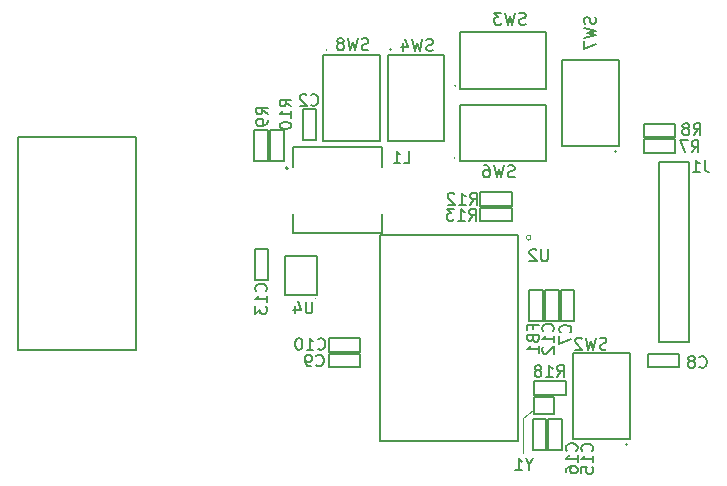
<source format=gbr>
%TF.GenerationSoftware,KiCad,Pcbnew,(5.1.8-0-10_14)*%
%TF.CreationDate,2022-01-05T18:09:54+08:00*%
%TF.ProjectId,MicroMouse,4d696372-6f4d-46f7-9573-652e6b696361,rev?*%
%TF.SameCoordinates,Original*%
%TF.FileFunction,Legend,Bot*%
%TF.FilePolarity,Positive*%
%FSLAX46Y46*%
G04 Gerber Fmt 4.6, Leading zero omitted, Abs format (unit mm)*
G04 Created by KiCad (PCBNEW (5.1.8-0-10_14)) date 2022-01-05 18:09:54*
%MOMM*%
%LPD*%
G01*
G04 APERTURE LIST*
%ADD10C,0.120000*%
%ADD11C,0.153000*%
%ADD12C,0.150000*%
G04 APERTURE END LIST*
D10*
X112740000Y-104800000D02*
X113550000Y-104100000D01*
X112740000Y-107750000D02*
X112740000Y-104800000D01*
D11*
X70000000Y-81000000D02*
X80000000Y-81000000D01*
X80000000Y-81000000D02*
X80000000Y-99000000D01*
X70000000Y-99000000D02*
X80000000Y-99000000D01*
X70000000Y-81000000D02*
X70000000Y-99000000D01*
D12*
X98938460Y-100508280D02*
X96301460Y-100508280D01*
X98938460Y-99344280D02*
X98938460Y-100508280D01*
X96301460Y-99344280D02*
X96301460Y-100508280D01*
X98938460Y-99344280D02*
X96301460Y-99344280D01*
X113696380Y-103013600D02*
X113696380Y-104453600D01*
X115396380Y-104453600D02*
X113696380Y-104453600D01*
X115396380Y-103013600D02*
X115396380Y-104453600D01*
X115396380Y-103013600D02*
X113696380Y-103013600D01*
X95286960Y-91044900D02*
X95286960Y-94344900D01*
X95286960Y-94344900D02*
X92586960Y-94344900D01*
X92586960Y-91044900D02*
X92586960Y-94344900D01*
X95286960Y-91044900D02*
X92586960Y-91044900D01*
D10*
X95211681Y-94664900D02*
G75*
G03*
X95211681Y-94664900I-44721J0D01*
G01*
X113420798Y-89531280D02*
G75*
G03*
X113420798Y-89531280I-200998J0D01*
G01*
D12*
X112349800Y-89316280D02*
X112349800Y-106726280D01*
X100649800Y-106726280D02*
X112349800Y-106726280D01*
X100649800Y-89316280D02*
X100649800Y-106726280D01*
X112349800Y-89316280D02*
X100649800Y-89316280D01*
D10*
X96166642Y-73641760D02*
G75*
G03*
X96166642Y-73641760I-67082J0D01*
G01*
D12*
X95829560Y-74081760D02*
X100629560Y-74081760D01*
X100629560Y-74081760D02*
X100629560Y-81381760D01*
X95829560Y-81381760D02*
X100629560Y-81381760D01*
X95829560Y-74081760D02*
X95829560Y-81381760D01*
D10*
X120622182Y-82230700D02*
G75*
G03*
X120622182Y-82230700I-67082J0D01*
G01*
D12*
X120825100Y-81790700D02*
X116025100Y-81790700D01*
X116025100Y-81790700D02*
X116025100Y-74490700D01*
X120825100Y-74490700D02*
X116025100Y-74490700D01*
X120825100Y-81790700D02*
X120825100Y-74490700D01*
D10*
X107008242Y-82787840D02*
G75*
G03*
X107008242Y-82787840I-67082J0D01*
G01*
D12*
X107381160Y-83057840D02*
X107381160Y-78257840D01*
X107381160Y-78257840D02*
X114681160Y-78257840D01*
X114681160Y-83057840D02*
X114681160Y-78257840D01*
X107381160Y-83057840D02*
X114681160Y-83057840D01*
D10*
X101609862Y-73596040D02*
G75*
G03*
X101609862Y-73596040I-67082J0D01*
G01*
D12*
X101272780Y-74036040D02*
X106072780Y-74036040D01*
X106072780Y-74036040D02*
X106072780Y-81336040D01*
X101272780Y-81336040D02*
X106072780Y-81336040D01*
X101272780Y-74036040D02*
X101272780Y-81336040D01*
D10*
X107051422Y-76663900D02*
G75*
G03*
X107051422Y-76663900I-67082J0D01*
G01*
D12*
X107424340Y-76933900D02*
X107424340Y-72133900D01*
X107424340Y-72133900D02*
X114724340Y-72133900D01*
X114724340Y-76933900D02*
X114724340Y-72133900D01*
X107424340Y-76933900D02*
X114724340Y-76933900D01*
D10*
X121561842Y-107043820D02*
G75*
G03*
X121561842Y-107043820I-67082J0D01*
G01*
D12*
X121764760Y-106603820D02*
X116964760Y-106603820D01*
X116964760Y-106603820D02*
X116964760Y-99303820D01*
X121764760Y-99303820D02*
X116964760Y-99303820D01*
X121764760Y-106603820D02*
X121764760Y-99303820D01*
X116339860Y-102811920D02*
X113702860Y-102811920D01*
X116339860Y-101647920D02*
X116339860Y-102811920D01*
X113702860Y-101647920D02*
X113702860Y-102811920D01*
X116339860Y-101647920D02*
X113702860Y-101647920D01*
X111768000Y-88146100D02*
X109131000Y-88146100D01*
X111768000Y-86982100D02*
X111768000Y-88146100D01*
X109131000Y-86982100D02*
X109131000Y-88146100D01*
X111768000Y-86982100D02*
X109131000Y-86982100D01*
X109128460Y-85646060D02*
X111765460Y-85646060D01*
X109128460Y-86810060D02*
X109128460Y-85646060D01*
X111765460Y-86810060D02*
X111765460Y-85646060D01*
X109128460Y-86810060D02*
X111765460Y-86810060D01*
X91317880Y-83038060D02*
X91317880Y-80401060D01*
X92481880Y-83038060D02*
X91317880Y-83038060D01*
X92481880Y-80401060D02*
X91317880Y-80401060D01*
X92481880Y-83038060D02*
X92481880Y-80401060D01*
X91158540Y-80403600D02*
X91158540Y-83040600D01*
X89994540Y-80403600D02*
X91158540Y-80403600D01*
X89994540Y-83040600D02*
X91158540Y-83040600D01*
X89994540Y-80403600D02*
X89994540Y-83040600D01*
X122968920Y-79872640D02*
X125605920Y-79872640D01*
X122968920Y-81036640D02*
X122968920Y-79872640D01*
X125605920Y-81036640D02*
X125605920Y-79872640D01*
X122968920Y-81036640D02*
X125605920Y-81036640D01*
X122958760Y-81213760D02*
X125595760Y-81213760D01*
X122958760Y-82377760D02*
X122958760Y-81213760D01*
X125595760Y-82377760D02*
X125595760Y-81213760D01*
X122958760Y-82377760D02*
X125595760Y-82377760D01*
X92833220Y-83664160D02*
G75*
G03*
X92833220Y-83664160I-100000J0D01*
G01*
X93283220Y-81854160D02*
X93283220Y-83504160D01*
X100783220Y-81854160D02*
X100783220Y-83504160D01*
X93283220Y-89154160D02*
X93283220Y-87504160D01*
X100783220Y-89154160D02*
X100783220Y-87504160D01*
X100783220Y-81854160D02*
X93283220Y-81854160D01*
X100783220Y-89154160D02*
X93283220Y-89154160D01*
X126753260Y-83147040D02*
X126753260Y-98387040D01*
X124253260Y-83147040D02*
X126753260Y-83147040D01*
X124253260Y-98387040D02*
X126753260Y-98387040D01*
X124253260Y-83147040D02*
X124253260Y-98387040D01*
X113260940Y-96576260D02*
X113260940Y-93939260D01*
X114424940Y-96576260D02*
X113260940Y-96576260D01*
X114424940Y-93939260D02*
X113260940Y-93939260D01*
X114424940Y-96576260D02*
X114424940Y-93939260D01*
X113545280Y-107500660D02*
X113545280Y-104863660D01*
X114709280Y-107500660D02*
X113545280Y-107500660D01*
X114709280Y-104863660D02*
X113545280Y-104863660D01*
X114709280Y-107500660D02*
X114709280Y-104863660D01*
X114878780Y-107490500D02*
X114878780Y-104853500D01*
X116042780Y-107490500D02*
X114878780Y-107490500D01*
X116042780Y-104853500D02*
X114878780Y-104853500D01*
X116042780Y-107490500D02*
X116042780Y-104853500D01*
X90018000Y-93138500D02*
X90018000Y-90501500D01*
X91182000Y-93138500D02*
X90018000Y-93138500D01*
X91182000Y-90501500D02*
X90018000Y-90501500D01*
X91182000Y-93138500D02*
X91182000Y-90501500D01*
X114596980Y-96566400D02*
X114596980Y-93929400D01*
X115760980Y-96566400D02*
X114596980Y-96566400D01*
X115760980Y-93929400D02*
X114596980Y-93929400D01*
X115760980Y-96566400D02*
X115760980Y-93929400D01*
X98935920Y-99167160D02*
X96298920Y-99167160D01*
X98935920Y-98003160D02*
X98935920Y-99167160D01*
X96298920Y-98003160D02*
X96298920Y-99167160D01*
X98935920Y-98003160D02*
X96298920Y-98003160D01*
X123281500Y-99348000D02*
X125918500Y-99348000D01*
X123281500Y-100512000D02*
X123281500Y-99348000D01*
X125918500Y-100512000D02*
X125918500Y-99348000D01*
X123281500Y-100512000D02*
X125918500Y-100512000D01*
X115930480Y-96555940D02*
X115930480Y-93918940D01*
X117094480Y-96555940D02*
X115930480Y-96555940D01*
X117094480Y-93918940D02*
X115930480Y-93918940D01*
X117094480Y-96555940D02*
X117094480Y-93918940D01*
X94081400Y-81300700D02*
X94081400Y-78663700D01*
X95245400Y-81300700D02*
X94081400Y-81300700D01*
X95245400Y-78663700D02*
X94081400Y-78663700D01*
X95245400Y-81300700D02*
X95245400Y-78663700D01*
X95236466Y-100334222D02*
X95284085Y-100381841D01*
X95426942Y-100429460D01*
X95522180Y-100429460D01*
X95665038Y-100381841D01*
X95760276Y-100286603D01*
X95807895Y-100191365D01*
X95855514Y-100000889D01*
X95855514Y-99858032D01*
X95807895Y-99667556D01*
X95760276Y-99572318D01*
X95665038Y-99477080D01*
X95522180Y-99429460D01*
X95426942Y-99429460D01*
X95284085Y-99477080D01*
X95236466Y-99524699D01*
X94760276Y-100429460D02*
X94569800Y-100429460D01*
X94474561Y-100381841D01*
X94426942Y-100334222D01*
X94331704Y-100191365D01*
X94284085Y-100000889D01*
X94284085Y-99619937D01*
X94331704Y-99524699D01*
X94379323Y-99477080D01*
X94474561Y-99429460D01*
X94665038Y-99429460D01*
X94760276Y-99477080D01*
X94807895Y-99524699D01*
X94855514Y-99619937D01*
X94855514Y-99858032D01*
X94807895Y-99953270D01*
X94760276Y-100000889D01*
X94665038Y-100048508D01*
X94474561Y-100048508D01*
X94379323Y-100000889D01*
X94331704Y-99953270D01*
X94284085Y-99858032D01*
X113286190Y-108746190D02*
X113286190Y-109222380D01*
X113619523Y-108222380D02*
X113286190Y-108746190D01*
X112952857Y-108222380D01*
X112095714Y-109222380D02*
X112667142Y-109222380D01*
X112381428Y-109222380D02*
X112381428Y-108222380D01*
X112476666Y-108365238D01*
X112571904Y-108460476D01*
X112667142Y-108508095D01*
X94909684Y-94946360D02*
X94909684Y-95755884D01*
X94862065Y-95851122D01*
X94814446Y-95898741D01*
X94719208Y-95946360D01*
X94528732Y-95946360D01*
X94433494Y-95898741D01*
X94385875Y-95851122D01*
X94338256Y-95755884D01*
X94338256Y-94946360D01*
X93433494Y-95279694D02*
X93433494Y-95946360D01*
X93671589Y-94898741D02*
X93909684Y-95613027D01*
X93290637Y-95613027D01*
X114856304Y-90516600D02*
X114856304Y-91326124D01*
X114808685Y-91421362D01*
X114761066Y-91468981D01*
X114665828Y-91516600D01*
X114475352Y-91516600D01*
X114380114Y-91468981D01*
X114332495Y-91421362D01*
X114284876Y-91326124D01*
X114284876Y-90516600D01*
X113856304Y-90611839D02*
X113808685Y-90564220D01*
X113713447Y-90516600D01*
X113475352Y-90516600D01*
X113380114Y-90564220D01*
X113332495Y-90611839D01*
X113284876Y-90707077D01*
X113284876Y-90802315D01*
X113332495Y-90945172D01*
X113903923Y-91516600D01*
X113284876Y-91516600D01*
X99654333Y-73597541D02*
X99511476Y-73645160D01*
X99273380Y-73645160D01*
X99178142Y-73597541D01*
X99130523Y-73549922D01*
X99082904Y-73454684D01*
X99082904Y-73359446D01*
X99130523Y-73264208D01*
X99178142Y-73216589D01*
X99273380Y-73168970D01*
X99463857Y-73121351D01*
X99559095Y-73073732D01*
X99606714Y-73026113D01*
X99654333Y-72930875D01*
X99654333Y-72835637D01*
X99606714Y-72740399D01*
X99559095Y-72692780D01*
X99463857Y-72645160D01*
X99225761Y-72645160D01*
X99082904Y-72692780D01*
X98749571Y-72645160D02*
X98511476Y-73645160D01*
X98321000Y-72930875D01*
X98130523Y-73645160D01*
X97892428Y-72645160D01*
X97368619Y-73073732D02*
X97463857Y-73026113D01*
X97511476Y-72978494D01*
X97559095Y-72883256D01*
X97559095Y-72835637D01*
X97511476Y-72740399D01*
X97463857Y-72692780D01*
X97368619Y-72645160D01*
X97178142Y-72645160D01*
X97082904Y-72692780D01*
X97035285Y-72740399D01*
X96987666Y-72835637D01*
X96987666Y-72883256D01*
X97035285Y-72978494D01*
X97082904Y-73026113D01*
X97178142Y-73073732D01*
X97368619Y-73073732D01*
X97463857Y-73121351D01*
X97511476Y-73168970D01*
X97559095Y-73264208D01*
X97559095Y-73454684D01*
X97511476Y-73549922D01*
X97463857Y-73597541D01*
X97368619Y-73645160D01*
X97178142Y-73645160D01*
X97082904Y-73597541D01*
X97035285Y-73549922D01*
X96987666Y-73454684D01*
X96987666Y-73264208D01*
X97035285Y-73168970D01*
X97082904Y-73121351D01*
X97178142Y-73073732D01*
X118857801Y-70858686D02*
X118905420Y-71001543D01*
X118905420Y-71239639D01*
X118857801Y-71334877D01*
X118810182Y-71382496D01*
X118714944Y-71430115D01*
X118619706Y-71430115D01*
X118524468Y-71382496D01*
X118476849Y-71334877D01*
X118429230Y-71239639D01*
X118381611Y-71049162D01*
X118333992Y-70953924D01*
X118286373Y-70906305D01*
X118191135Y-70858686D01*
X118095897Y-70858686D01*
X118000659Y-70906305D01*
X117953040Y-70953924D01*
X117905420Y-71049162D01*
X117905420Y-71287258D01*
X117953040Y-71430115D01*
X117905420Y-71763448D02*
X118905420Y-72001543D01*
X118191135Y-72192020D01*
X118905420Y-72382496D01*
X117905420Y-72620591D01*
X117905420Y-72906305D02*
X117905420Y-73572972D01*
X118905420Y-73144400D01*
X112026673Y-84354441D02*
X111883816Y-84402060D01*
X111645720Y-84402060D01*
X111550482Y-84354441D01*
X111502863Y-84306822D01*
X111455244Y-84211584D01*
X111455244Y-84116346D01*
X111502863Y-84021108D01*
X111550482Y-83973489D01*
X111645720Y-83925870D01*
X111836197Y-83878251D01*
X111931435Y-83830632D01*
X111979054Y-83783013D01*
X112026673Y-83687775D01*
X112026673Y-83592537D01*
X111979054Y-83497299D01*
X111931435Y-83449680D01*
X111836197Y-83402060D01*
X111598101Y-83402060D01*
X111455244Y-83449680D01*
X111121911Y-83402060D02*
X110883816Y-84402060D01*
X110693340Y-83687775D01*
X110502863Y-84402060D01*
X110264768Y-83402060D01*
X109455244Y-83402060D02*
X109645720Y-83402060D01*
X109740959Y-83449680D01*
X109788578Y-83497299D01*
X109883816Y-83640156D01*
X109931435Y-83830632D01*
X109931435Y-84211584D01*
X109883816Y-84306822D01*
X109836197Y-84354441D01*
X109740959Y-84402060D01*
X109550482Y-84402060D01*
X109455244Y-84354441D01*
X109407625Y-84306822D01*
X109360006Y-84211584D01*
X109360006Y-83973489D01*
X109407625Y-83878251D01*
X109455244Y-83830632D01*
X109550482Y-83783013D01*
X109740959Y-83783013D01*
X109836197Y-83830632D01*
X109883816Y-83878251D01*
X109931435Y-83973489D01*
X105120413Y-73671201D02*
X104977556Y-73718820D01*
X104739460Y-73718820D01*
X104644222Y-73671201D01*
X104596603Y-73623582D01*
X104548984Y-73528344D01*
X104548984Y-73433106D01*
X104596603Y-73337868D01*
X104644222Y-73290249D01*
X104739460Y-73242630D01*
X104929937Y-73195011D01*
X105025175Y-73147392D01*
X105072794Y-73099773D01*
X105120413Y-73004535D01*
X105120413Y-72909297D01*
X105072794Y-72814059D01*
X105025175Y-72766440D01*
X104929937Y-72718820D01*
X104691841Y-72718820D01*
X104548984Y-72766440D01*
X104215651Y-72718820D02*
X103977556Y-73718820D01*
X103787080Y-73004535D01*
X103596603Y-73718820D01*
X103358508Y-72718820D01*
X102548984Y-73052154D02*
X102548984Y-73718820D01*
X102787080Y-72671201D02*
X103025175Y-73385487D01*
X102406127Y-73385487D01*
X112963933Y-71433461D02*
X112821076Y-71481080D01*
X112582980Y-71481080D01*
X112487742Y-71433461D01*
X112440123Y-71385842D01*
X112392504Y-71290604D01*
X112392504Y-71195366D01*
X112440123Y-71100128D01*
X112487742Y-71052509D01*
X112582980Y-71004890D01*
X112773457Y-70957271D01*
X112868695Y-70909652D01*
X112916314Y-70862033D01*
X112963933Y-70766795D01*
X112963933Y-70671557D01*
X112916314Y-70576319D01*
X112868695Y-70528700D01*
X112773457Y-70481080D01*
X112535361Y-70481080D01*
X112392504Y-70528700D01*
X112059171Y-70481080D02*
X111821076Y-71481080D01*
X111630600Y-70766795D01*
X111440123Y-71481080D01*
X111202028Y-70481080D01*
X110916314Y-70481080D02*
X110297266Y-70481080D01*
X110630600Y-70862033D01*
X110487742Y-70862033D01*
X110392504Y-70909652D01*
X110344885Y-70957271D01*
X110297266Y-71052509D01*
X110297266Y-71290604D01*
X110344885Y-71385842D01*
X110392504Y-71433461D01*
X110487742Y-71481080D01*
X110773457Y-71481080D01*
X110868695Y-71433461D01*
X110916314Y-71385842D01*
X119803333Y-98954761D02*
X119660476Y-99002380D01*
X119422380Y-99002380D01*
X119327142Y-98954761D01*
X119279523Y-98907142D01*
X119231904Y-98811904D01*
X119231904Y-98716666D01*
X119279523Y-98621428D01*
X119327142Y-98573809D01*
X119422380Y-98526190D01*
X119612857Y-98478571D01*
X119708095Y-98430952D01*
X119755714Y-98383333D01*
X119803333Y-98288095D01*
X119803333Y-98192857D01*
X119755714Y-98097619D01*
X119708095Y-98050000D01*
X119612857Y-98002380D01*
X119374761Y-98002380D01*
X119231904Y-98050000D01*
X118898571Y-98002380D02*
X118660476Y-99002380D01*
X118470000Y-98288095D01*
X118279523Y-99002380D01*
X118041428Y-98002380D01*
X117708095Y-98097619D02*
X117660476Y-98050000D01*
X117565238Y-98002380D01*
X117327142Y-98002380D01*
X117231904Y-98050000D01*
X117184285Y-98097619D01*
X117136666Y-98192857D01*
X117136666Y-98288095D01*
X117184285Y-98430952D01*
X117755714Y-99002380D01*
X117136666Y-99002380D01*
X115632857Y-101322380D02*
X115966190Y-100846190D01*
X116204285Y-101322380D02*
X116204285Y-100322380D01*
X115823333Y-100322380D01*
X115728095Y-100370000D01*
X115680476Y-100417619D01*
X115632857Y-100512857D01*
X115632857Y-100655714D01*
X115680476Y-100750952D01*
X115728095Y-100798571D01*
X115823333Y-100846190D01*
X116204285Y-100846190D01*
X114680476Y-101322380D02*
X115251904Y-101322380D01*
X114966190Y-101322380D02*
X114966190Y-100322380D01*
X115061428Y-100465238D01*
X115156666Y-100560476D01*
X115251904Y-100608095D01*
X114109047Y-100750952D02*
X114204285Y-100703333D01*
X114251904Y-100655714D01*
X114299523Y-100560476D01*
X114299523Y-100512857D01*
X114251904Y-100417619D01*
X114204285Y-100370000D01*
X114109047Y-100322380D01*
X113918571Y-100322380D01*
X113823333Y-100370000D01*
X113775714Y-100417619D01*
X113728095Y-100512857D01*
X113728095Y-100560476D01*
X113775714Y-100655714D01*
X113823333Y-100703333D01*
X113918571Y-100750952D01*
X114109047Y-100750952D01*
X114204285Y-100798571D01*
X114251904Y-100846190D01*
X114299523Y-100941428D01*
X114299523Y-101131904D01*
X114251904Y-101227142D01*
X114204285Y-101274761D01*
X114109047Y-101322380D01*
X113918571Y-101322380D01*
X113823333Y-101274761D01*
X113775714Y-101227142D01*
X113728095Y-101131904D01*
X113728095Y-100941428D01*
X113775714Y-100846190D01*
X113823333Y-100798571D01*
X113918571Y-100750952D01*
X108181517Y-88085060D02*
X108514850Y-87608870D01*
X108752945Y-88085060D02*
X108752945Y-87085060D01*
X108371993Y-87085060D01*
X108276755Y-87132680D01*
X108229136Y-87180299D01*
X108181517Y-87275537D01*
X108181517Y-87418394D01*
X108229136Y-87513632D01*
X108276755Y-87561251D01*
X108371993Y-87608870D01*
X108752945Y-87608870D01*
X107229136Y-88085060D02*
X107800564Y-88085060D01*
X107514850Y-88085060D02*
X107514850Y-87085060D01*
X107610088Y-87227918D01*
X107705326Y-87323156D01*
X107800564Y-87370775D01*
X106895802Y-87085060D02*
X106276755Y-87085060D01*
X106610088Y-87466013D01*
X106467231Y-87466013D01*
X106371993Y-87513632D01*
X106324374Y-87561251D01*
X106276755Y-87656489D01*
X106276755Y-87894584D01*
X106324374Y-87989822D01*
X106371993Y-88037441D01*
X106467231Y-88085060D01*
X106752945Y-88085060D01*
X106848183Y-88037441D01*
X106895802Y-87989822D01*
X108262797Y-86733780D02*
X108596130Y-86257590D01*
X108834225Y-86733780D02*
X108834225Y-85733780D01*
X108453273Y-85733780D01*
X108358035Y-85781400D01*
X108310416Y-85829019D01*
X108262797Y-85924257D01*
X108262797Y-86067114D01*
X108310416Y-86162352D01*
X108358035Y-86209971D01*
X108453273Y-86257590D01*
X108834225Y-86257590D01*
X107310416Y-86733780D02*
X107881844Y-86733780D01*
X107596130Y-86733780D02*
X107596130Y-85733780D01*
X107691368Y-85876638D01*
X107786606Y-85971876D01*
X107881844Y-86019495D01*
X106929463Y-85829019D02*
X106881844Y-85781400D01*
X106786606Y-85733780D01*
X106548511Y-85733780D01*
X106453273Y-85781400D01*
X106405654Y-85829019D01*
X106358035Y-85924257D01*
X106358035Y-86019495D01*
X106405654Y-86162352D01*
X106977082Y-86733780D01*
X106358035Y-86733780D01*
X93126960Y-78422402D02*
X92650770Y-78089069D01*
X93126960Y-77850974D02*
X92126960Y-77850974D01*
X92126960Y-78231926D01*
X92174580Y-78327164D01*
X92222199Y-78374783D01*
X92317437Y-78422402D01*
X92460294Y-78422402D01*
X92555532Y-78374783D01*
X92603151Y-78327164D01*
X92650770Y-78231926D01*
X92650770Y-77850974D01*
X93126960Y-79374783D02*
X93126960Y-78803355D01*
X93126960Y-79089069D02*
X92126960Y-79089069D01*
X92269818Y-78993831D01*
X92365056Y-78898593D01*
X92412675Y-78803355D01*
X92126960Y-79993831D02*
X92126960Y-80089069D01*
X92174580Y-80184307D01*
X92222199Y-80231926D01*
X92317437Y-80279545D01*
X92507913Y-80327164D01*
X92746008Y-80327164D01*
X92936484Y-80279545D01*
X93031722Y-80231926D01*
X93079341Y-80184307D01*
X93126960Y-80089069D01*
X93126960Y-79993831D01*
X93079341Y-79898593D01*
X93031722Y-79850974D01*
X92936484Y-79803355D01*
X92746008Y-79755736D01*
X92507913Y-79755736D01*
X92317437Y-79803355D01*
X92222199Y-79850974D01*
X92174580Y-79898593D01*
X92126960Y-79993831D01*
X91140680Y-79094173D02*
X90664490Y-78760840D01*
X91140680Y-78522744D02*
X90140680Y-78522744D01*
X90140680Y-78903697D01*
X90188300Y-78998935D01*
X90235919Y-79046554D01*
X90331157Y-79094173D01*
X90474014Y-79094173D01*
X90569252Y-79046554D01*
X90616871Y-78998935D01*
X90664490Y-78903697D01*
X90664490Y-78522744D01*
X91140680Y-79570363D02*
X91140680Y-79760840D01*
X91093061Y-79856078D01*
X91045442Y-79903697D01*
X90902585Y-79998935D01*
X90712109Y-80046554D01*
X90331157Y-80046554D01*
X90235919Y-79998935D01*
X90188300Y-79951316D01*
X90140680Y-79856078D01*
X90140680Y-79665601D01*
X90188300Y-79570363D01*
X90235919Y-79522744D01*
X90331157Y-79475125D01*
X90569252Y-79475125D01*
X90664490Y-79522744D01*
X90712109Y-79570363D01*
X90759728Y-79665601D01*
X90759728Y-79856078D01*
X90712109Y-79951316D01*
X90664490Y-79998935D01*
X90569252Y-80046554D01*
X127189666Y-80846060D02*
X127523000Y-80369870D01*
X127761095Y-80846060D02*
X127761095Y-79846060D01*
X127380142Y-79846060D01*
X127284904Y-79893680D01*
X127237285Y-79941299D01*
X127189666Y-80036537D01*
X127189666Y-80179394D01*
X127237285Y-80274632D01*
X127284904Y-80322251D01*
X127380142Y-80369870D01*
X127761095Y-80369870D01*
X126618238Y-80274632D02*
X126713476Y-80227013D01*
X126761095Y-80179394D01*
X126808714Y-80084156D01*
X126808714Y-80036537D01*
X126761095Y-79941299D01*
X126713476Y-79893680D01*
X126618238Y-79846060D01*
X126427761Y-79846060D01*
X126332523Y-79893680D01*
X126284904Y-79941299D01*
X126237285Y-80036537D01*
X126237285Y-80084156D01*
X126284904Y-80179394D01*
X126332523Y-80227013D01*
X126427761Y-80274632D01*
X126618238Y-80274632D01*
X126713476Y-80322251D01*
X126761095Y-80369870D01*
X126808714Y-80465108D01*
X126808714Y-80655584D01*
X126761095Y-80750822D01*
X126713476Y-80798441D01*
X126618238Y-80846060D01*
X126427761Y-80846060D01*
X126332523Y-80798441D01*
X126284904Y-80750822D01*
X126237285Y-80655584D01*
X126237285Y-80465108D01*
X126284904Y-80369870D01*
X126332523Y-80322251D01*
X126427761Y-80274632D01*
X127014406Y-82298940D02*
X127347740Y-81822750D01*
X127585835Y-82298940D02*
X127585835Y-81298940D01*
X127204882Y-81298940D01*
X127109644Y-81346560D01*
X127062025Y-81394179D01*
X127014406Y-81489417D01*
X127014406Y-81632274D01*
X127062025Y-81727512D01*
X127109644Y-81775131D01*
X127204882Y-81822750D01*
X127585835Y-81822750D01*
X126681073Y-81298940D02*
X126014406Y-81298940D01*
X126442978Y-82298940D01*
X102636666Y-83182380D02*
X103112857Y-83182380D01*
X103112857Y-82182380D01*
X101779523Y-83182380D02*
X102350952Y-83182380D01*
X102065238Y-83182380D02*
X102065238Y-82182380D01*
X102160476Y-82325238D01*
X102255714Y-82420476D01*
X102350952Y-82468095D01*
X128113333Y-82962380D02*
X128113333Y-83676666D01*
X128160952Y-83819523D01*
X128256190Y-83914761D01*
X128399047Y-83962380D01*
X128494285Y-83962380D01*
X127113333Y-83962380D02*
X127684761Y-83962380D01*
X127399047Y-83962380D02*
X127399047Y-82962380D01*
X127494285Y-83105238D01*
X127589523Y-83200476D01*
X127684761Y-83248095D01*
X113563231Y-97233666D02*
X113563231Y-96900333D01*
X114087040Y-96900333D02*
X113087040Y-96900333D01*
X113087040Y-97376523D01*
X113563231Y-98090809D02*
X113610850Y-98233666D01*
X113658469Y-98281285D01*
X113753707Y-98328904D01*
X113896564Y-98328904D01*
X113991802Y-98281285D01*
X114039421Y-98233666D01*
X114087040Y-98138428D01*
X114087040Y-97757476D01*
X113087040Y-97757476D01*
X113087040Y-98090809D01*
X113134660Y-98186047D01*
X113182279Y-98233666D01*
X113277517Y-98281285D01*
X113372755Y-98281285D01*
X113467993Y-98233666D01*
X113515612Y-98186047D01*
X113563231Y-98090809D01*
X113563231Y-97757476D01*
X114087040Y-99281285D02*
X114087040Y-98709857D01*
X114087040Y-98995571D02*
X113087040Y-98995571D01*
X113229898Y-98900333D01*
X113325136Y-98805095D01*
X113372755Y-98709857D01*
X117258102Y-107566222D02*
X117305721Y-107518603D01*
X117353340Y-107375746D01*
X117353340Y-107280508D01*
X117305721Y-107137651D01*
X117210483Y-107042413D01*
X117115245Y-106994794D01*
X116924769Y-106947175D01*
X116781912Y-106947175D01*
X116591436Y-106994794D01*
X116496198Y-107042413D01*
X116400960Y-107137651D01*
X116353340Y-107280508D01*
X116353340Y-107375746D01*
X116400960Y-107518603D01*
X116448579Y-107566222D01*
X117353340Y-108518603D02*
X117353340Y-107947175D01*
X117353340Y-108232889D02*
X116353340Y-108232889D01*
X116496198Y-108137651D01*
X116591436Y-108042413D01*
X116639055Y-107947175D01*
X116353340Y-109375746D02*
X116353340Y-109185270D01*
X116400960Y-109090032D01*
X116448579Y-109042413D01*
X116591436Y-108947175D01*
X116781912Y-108899556D01*
X117162864Y-108899556D01*
X117258102Y-108947175D01*
X117305721Y-108994794D01*
X117353340Y-109090032D01*
X117353340Y-109280508D01*
X117305721Y-109375746D01*
X117258102Y-109423365D01*
X117162864Y-109470984D01*
X116924769Y-109470984D01*
X116829531Y-109423365D01*
X116781912Y-109375746D01*
X116734293Y-109280508D01*
X116734293Y-109090032D01*
X116781912Y-108994794D01*
X116829531Y-108947175D01*
X116924769Y-108899556D01*
X118578902Y-107594162D02*
X118626521Y-107546543D01*
X118674140Y-107403686D01*
X118674140Y-107308448D01*
X118626521Y-107165591D01*
X118531283Y-107070353D01*
X118436045Y-107022734D01*
X118245569Y-106975115D01*
X118102712Y-106975115D01*
X117912236Y-107022734D01*
X117816998Y-107070353D01*
X117721760Y-107165591D01*
X117674140Y-107308448D01*
X117674140Y-107403686D01*
X117721760Y-107546543D01*
X117769379Y-107594162D01*
X118674140Y-108546543D02*
X118674140Y-107975115D01*
X118674140Y-108260829D02*
X117674140Y-108260829D01*
X117816998Y-108165591D01*
X117912236Y-108070353D01*
X117959855Y-107975115D01*
X117674140Y-109451305D02*
X117674140Y-108975115D01*
X118150331Y-108927496D01*
X118102712Y-108975115D01*
X118055093Y-109070353D01*
X118055093Y-109308448D01*
X118102712Y-109403686D01*
X118150331Y-109451305D01*
X118245569Y-109498924D01*
X118483664Y-109498924D01*
X118578902Y-109451305D01*
X118626521Y-109403686D01*
X118674140Y-109308448D01*
X118674140Y-109070353D01*
X118626521Y-108975115D01*
X118578902Y-108927496D01*
X90965122Y-94061202D02*
X91012741Y-94013583D01*
X91060360Y-93870726D01*
X91060360Y-93775488D01*
X91012741Y-93632631D01*
X90917503Y-93537393D01*
X90822265Y-93489774D01*
X90631789Y-93442155D01*
X90488932Y-93442155D01*
X90298456Y-93489774D01*
X90203218Y-93537393D01*
X90107980Y-93632631D01*
X90060360Y-93775488D01*
X90060360Y-93870726D01*
X90107980Y-94013583D01*
X90155599Y-94061202D01*
X91060360Y-95013583D02*
X91060360Y-94442155D01*
X91060360Y-94727869D02*
X90060360Y-94727869D01*
X90203218Y-94632631D01*
X90298456Y-94537393D01*
X90346075Y-94442155D01*
X90060360Y-95346917D02*
X90060360Y-95965964D01*
X90441313Y-95632631D01*
X90441313Y-95775488D01*
X90488932Y-95870726D01*
X90536551Y-95918345D01*
X90631789Y-95965964D01*
X90869884Y-95965964D01*
X90965122Y-95918345D01*
X91012741Y-95870726D01*
X91060360Y-95775488D01*
X91060360Y-95489774D01*
X91012741Y-95394536D01*
X90965122Y-95346917D01*
X115266882Y-97436842D02*
X115314501Y-97389223D01*
X115362120Y-97246366D01*
X115362120Y-97151128D01*
X115314501Y-97008271D01*
X115219263Y-96913033D01*
X115124025Y-96865414D01*
X114933549Y-96817795D01*
X114790692Y-96817795D01*
X114600216Y-96865414D01*
X114504978Y-96913033D01*
X114409740Y-97008271D01*
X114362120Y-97151128D01*
X114362120Y-97246366D01*
X114409740Y-97389223D01*
X114457359Y-97436842D01*
X115362120Y-98389223D02*
X115362120Y-97817795D01*
X115362120Y-98103509D02*
X114362120Y-98103509D01*
X114504978Y-98008271D01*
X114600216Y-97913033D01*
X114647835Y-97817795D01*
X114457359Y-98770176D02*
X114409740Y-98817795D01*
X114362120Y-98913033D01*
X114362120Y-99151128D01*
X114409740Y-99246366D01*
X114457359Y-99293985D01*
X114552597Y-99341604D01*
X114647835Y-99341604D01*
X114790692Y-99293985D01*
X115362120Y-98722557D01*
X115362120Y-99341604D01*
X95377377Y-98929602D02*
X95424996Y-98977221D01*
X95567853Y-99024840D01*
X95663091Y-99024840D01*
X95805948Y-98977221D01*
X95901186Y-98881983D01*
X95948805Y-98786745D01*
X95996424Y-98596269D01*
X95996424Y-98453412D01*
X95948805Y-98262936D01*
X95901186Y-98167698D01*
X95805948Y-98072460D01*
X95663091Y-98024840D01*
X95567853Y-98024840D01*
X95424996Y-98072460D01*
X95377377Y-98120079D01*
X94424996Y-99024840D02*
X94996424Y-99024840D01*
X94710710Y-99024840D02*
X94710710Y-98024840D01*
X94805948Y-98167698D01*
X94901186Y-98262936D01*
X94996424Y-98310555D01*
X93805948Y-98024840D02*
X93710710Y-98024840D01*
X93615472Y-98072460D01*
X93567853Y-98120079D01*
X93520234Y-98215317D01*
X93472615Y-98405793D01*
X93472615Y-98643888D01*
X93520234Y-98834364D01*
X93567853Y-98929602D01*
X93615472Y-98977221D01*
X93710710Y-99024840D01*
X93805948Y-99024840D01*
X93901186Y-98977221D01*
X93948805Y-98929602D01*
X93996424Y-98834364D01*
X94044043Y-98643888D01*
X94044043Y-98405793D01*
X93996424Y-98215317D01*
X93948805Y-98120079D01*
X93901186Y-98072460D01*
X93805948Y-98024840D01*
X127666666Y-100457142D02*
X127714285Y-100504761D01*
X127857142Y-100552380D01*
X127952380Y-100552380D01*
X128095238Y-100504761D01*
X128190476Y-100409523D01*
X128238095Y-100314285D01*
X128285714Y-100123809D01*
X128285714Y-99980952D01*
X128238095Y-99790476D01*
X128190476Y-99695238D01*
X128095238Y-99600000D01*
X127952380Y-99552380D01*
X127857142Y-99552380D01*
X127714285Y-99600000D01*
X127666666Y-99647619D01*
X127095238Y-99980952D02*
X127190476Y-99933333D01*
X127238095Y-99885714D01*
X127285714Y-99790476D01*
X127285714Y-99742857D01*
X127238095Y-99647619D01*
X127190476Y-99600000D01*
X127095238Y-99552380D01*
X126904761Y-99552380D01*
X126809523Y-99600000D01*
X126761904Y-99647619D01*
X126714285Y-99742857D01*
X126714285Y-99790476D01*
X126761904Y-99885714D01*
X126809523Y-99933333D01*
X126904761Y-99980952D01*
X127095238Y-99980952D01*
X127190476Y-100028571D01*
X127238095Y-100076190D01*
X127285714Y-100171428D01*
X127285714Y-100361904D01*
X127238095Y-100457142D01*
X127190476Y-100504761D01*
X127095238Y-100552380D01*
X126904761Y-100552380D01*
X126809523Y-100504761D01*
X126761904Y-100457142D01*
X126714285Y-100361904D01*
X126714285Y-100171428D01*
X126761904Y-100076190D01*
X126809523Y-100028571D01*
X126904761Y-99980952D01*
X116727142Y-97544733D02*
X116774761Y-97497114D01*
X116822380Y-97354257D01*
X116822380Y-97259019D01*
X116774761Y-97116161D01*
X116679523Y-97020923D01*
X116584285Y-96973304D01*
X116393809Y-96925685D01*
X116250952Y-96925685D01*
X116060476Y-96973304D01*
X115965238Y-97020923D01*
X115870000Y-97116161D01*
X115822380Y-97259019D01*
X115822380Y-97354257D01*
X115870000Y-97497114D01*
X115917619Y-97544733D01*
X115822380Y-97878066D02*
X115822380Y-98544733D01*
X116822380Y-98116161D01*
X94771646Y-78287022D02*
X94819265Y-78334641D01*
X94962122Y-78382260D01*
X95057360Y-78382260D01*
X95200218Y-78334641D01*
X95295456Y-78239403D01*
X95343075Y-78144165D01*
X95390694Y-77953689D01*
X95390694Y-77810832D01*
X95343075Y-77620356D01*
X95295456Y-77525118D01*
X95200218Y-77429880D01*
X95057360Y-77382260D01*
X94962122Y-77382260D01*
X94819265Y-77429880D01*
X94771646Y-77477499D01*
X94390694Y-77477499D02*
X94343075Y-77429880D01*
X94247837Y-77382260D01*
X94009741Y-77382260D01*
X93914503Y-77429880D01*
X93866884Y-77477499D01*
X93819265Y-77572737D01*
X93819265Y-77667975D01*
X93866884Y-77810832D01*
X94438313Y-78382260D01*
X93819265Y-78382260D01*
M02*

</source>
